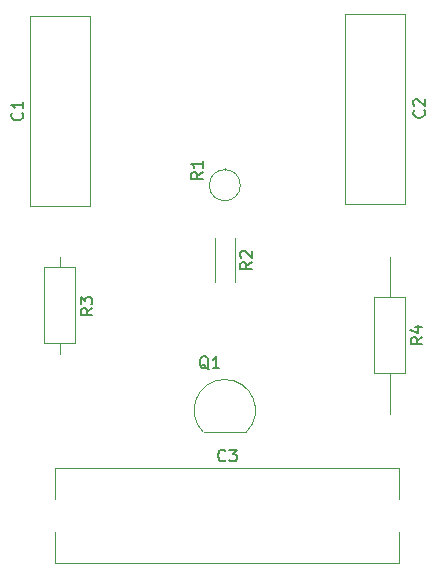
<source format=gbr>
G04 #@! TF.FileFunction,Legend,Top*
%FSLAX46Y46*%
G04 Gerber Fmt 4.6, Leading zero omitted, Abs format (unit mm)*
G04 Created by KiCad (PCBNEW 4.0.5) date 05/24/17 23:32:45*
%MOMM*%
%LPD*%
G01*
G04 APERTURE LIST*
%ADD10C,0.100000*%
%ADD11C,0.120000*%
%ADD12C,0.150000*%
G04 APERTURE END LIST*
D10*
D11*
X148570000Y-112260000D02*
X148570000Y-96140000D01*
X153690000Y-112260000D02*
X153690000Y-96140000D01*
X148570000Y-112260000D02*
X153690000Y-112260000D01*
X148570000Y-96140000D02*
X153690000Y-96140000D01*
X180360000Y-96000000D02*
X180360000Y-112120000D01*
X175240000Y-96000000D02*
X175240000Y-112120000D01*
X180360000Y-96000000D02*
X175240000Y-96000000D01*
X180360000Y-112120000D02*
X175240000Y-112120000D01*
X150760000Y-134420000D02*
X179880000Y-134420000D01*
X150760000Y-142440000D02*
X179880000Y-142440000D01*
X150760000Y-134420000D02*
X150760000Y-137035000D01*
X150760000Y-139825000D02*
X150760000Y-142440000D01*
X179880000Y-134420000D02*
X179880000Y-137035000D01*
X179880000Y-139825000D02*
X179880000Y-142440000D01*
X163300000Y-131390000D02*
X166900000Y-131390000D01*
X163261522Y-131378478D02*
G75*
G02X165100000Y-126940000I1838478J1838478D01*
G01*
X166938478Y-131378478D02*
G75*
G03X165100000Y-126940000I-1838478J1838478D01*
G01*
X166410000Y-110490000D02*
G75*
G03X166410000Y-110490000I-1310000J0D01*
G01*
X165100000Y-109180000D02*
X165100000Y-109050000D01*
X165960000Y-114980000D02*
X165960000Y-118700000D01*
X164240000Y-114980000D02*
X164240000Y-118700000D01*
X152440000Y-117440000D02*
X149820000Y-117440000D01*
X149820000Y-117440000D02*
X149820000Y-123860000D01*
X149820000Y-123860000D02*
X152440000Y-123860000D01*
X152440000Y-123860000D02*
X152440000Y-117440000D01*
X151130000Y-116550000D02*
X151130000Y-117440000D01*
X151130000Y-124750000D02*
X151130000Y-123860000D01*
X180380000Y-119980000D02*
X177760000Y-119980000D01*
X177760000Y-119980000D02*
X177760000Y-126400000D01*
X177760000Y-126400000D02*
X180380000Y-126400000D01*
X180380000Y-126400000D02*
X180380000Y-119980000D01*
X179070000Y-116550000D02*
X179070000Y-119980000D01*
X179070000Y-129830000D02*
X179070000Y-126400000D01*
D12*
X147927143Y-104366666D02*
X147974762Y-104414285D01*
X148022381Y-104557142D01*
X148022381Y-104652380D01*
X147974762Y-104795238D01*
X147879524Y-104890476D01*
X147784286Y-104938095D01*
X147593810Y-104985714D01*
X147450952Y-104985714D01*
X147260476Y-104938095D01*
X147165238Y-104890476D01*
X147070000Y-104795238D01*
X147022381Y-104652380D01*
X147022381Y-104557142D01*
X147070000Y-104414285D01*
X147117619Y-104366666D01*
X148022381Y-103414285D02*
X148022381Y-103985714D01*
X148022381Y-103700000D02*
X147022381Y-103700000D01*
X147165238Y-103795238D01*
X147260476Y-103890476D01*
X147308095Y-103985714D01*
X181967143Y-104146666D02*
X182014762Y-104194285D01*
X182062381Y-104337142D01*
X182062381Y-104432380D01*
X182014762Y-104575238D01*
X181919524Y-104670476D01*
X181824286Y-104718095D01*
X181633810Y-104765714D01*
X181490952Y-104765714D01*
X181300476Y-104718095D01*
X181205238Y-104670476D01*
X181110000Y-104575238D01*
X181062381Y-104432380D01*
X181062381Y-104337142D01*
X181110000Y-104194285D01*
X181157619Y-104146666D01*
X181157619Y-103765714D02*
X181110000Y-103718095D01*
X181062381Y-103622857D01*
X181062381Y-103384761D01*
X181110000Y-103289523D01*
X181157619Y-103241904D01*
X181252857Y-103194285D01*
X181348095Y-103194285D01*
X181490952Y-103241904D01*
X182062381Y-103813333D01*
X182062381Y-103194285D01*
X165153334Y-133777143D02*
X165105715Y-133824762D01*
X164962858Y-133872381D01*
X164867620Y-133872381D01*
X164724762Y-133824762D01*
X164629524Y-133729524D01*
X164581905Y-133634286D01*
X164534286Y-133443810D01*
X164534286Y-133300952D01*
X164581905Y-133110476D01*
X164629524Y-133015238D01*
X164724762Y-132920000D01*
X164867620Y-132872381D01*
X164962858Y-132872381D01*
X165105715Y-132920000D01*
X165153334Y-132967619D01*
X165486667Y-132872381D02*
X166105715Y-132872381D01*
X165772381Y-133253333D01*
X165915239Y-133253333D01*
X166010477Y-133300952D01*
X166058096Y-133348571D01*
X166105715Y-133443810D01*
X166105715Y-133681905D01*
X166058096Y-133777143D01*
X166010477Y-133824762D01*
X165915239Y-133872381D01*
X165629524Y-133872381D01*
X165534286Y-133824762D01*
X165486667Y-133777143D01*
X163734762Y-126087619D02*
X163639524Y-126040000D01*
X163544286Y-125944762D01*
X163401429Y-125801905D01*
X163306190Y-125754286D01*
X163210952Y-125754286D01*
X163258571Y-125992381D02*
X163163333Y-125944762D01*
X163068095Y-125849524D01*
X163020476Y-125659048D01*
X163020476Y-125325714D01*
X163068095Y-125135238D01*
X163163333Y-125040000D01*
X163258571Y-124992381D01*
X163449048Y-124992381D01*
X163544286Y-125040000D01*
X163639524Y-125135238D01*
X163687143Y-125325714D01*
X163687143Y-125659048D01*
X163639524Y-125849524D01*
X163544286Y-125944762D01*
X163449048Y-125992381D01*
X163258571Y-125992381D01*
X164639524Y-125992381D02*
X164068095Y-125992381D01*
X164353809Y-125992381D02*
X164353809Y-124992381D01*
X164258571Y-125135238D01*
X164163333Y-125230476D01*
X164068095Y-125278095D01*
X163242381Y-109386666D02*
X162766190Y-109720000D01*
X163242381Y-109958095D02*
X162242381Y-109958095D01*
X162242381Y-109577142D01*
X162290000Y-109481904D01*
X162337619Y-109434285D01*
X162432857Y-109386666D01*
X162575714Y-109386666D01*
X162670952Y-109434285D01*
X162718571Y-109481904D01*
X162766190Y-109577142D01*
X162766190Y-109958095D01*
X163242381Y-108434285D02*
X163242381Y-109005714D01*
X163242381Y-108720000D02*
X162242381Y-108720000D01*
X162385238Y-108815238D01*
X162480476Y-108910476D01*
X162528095Y-109005714D01*
X167412381Y-117006666D02*
X166936190Y-117340000D01*
X167412381Y-117578095D02*
X166412381Y-117578095D01*
X166412381Y-117197142D01*
X166460000Y-117101904D01*
X166507619Y-117054285D01*
X166602857Y-117006666D01*
X166745714Y-117006666D01*
X166840952Y-117054285D01*
X166888571Y-117101904D01*
X166936190Y-117197142D01*
X166936190Y-117578095D01*
X166507619Y-116625714D02*
X166460000Y-116578095D01*
X166412381Y-116482857D01*
X166412381Y-116244761D01*
X166460000Y-116149523D01*
X166507619Y-116101904D01*
X166602857Y-116054285D01*
X166698095Y-116054285D01*
X166840952Y-116101904D01*
X167412381Y-116673333D01*
X167412381Y-116054285D01*
X153892381Y-120905566D02*
X153416190Y-121238900D01*
X153892381Y-121476995D02*
X152892381Y-121476995D01*
X152892381Y-121096042D01*
X152940000Y-121000804D01*
X152987619Y-120953185D01*
X153082857Y-120905566D01*
X153225714Y-120905566D01*
X153320952Y-120953185D01*
X153368571Y-121000804D01*
X153416190Y-121096042D01*
X153416190Y-121476995D01*
X152892381Y-120572233D02*
X152892381Y-119953185D01*
X153273333Y-120286519D01*
X153273333Y-120143661D01*
X153320952Y-120048423D01*
X153368571Y-120000804D01*
X153463810Y-119953185D01*
X153701905Y-119953185D01*
X153797143Y-120000804D01*
X153844762Y-120048423D01*
X153892381Y-120143661D01*
X153892381Y-120429376D01*
X153844762Y-120524614D01*
X153797143Y-120572233D01*
X181832381Y-123356666D02*
X181356190Y-123690000D01*
X181832381Y-123928095D02*
X180832381Y-123928095D01*
X180832381Y-123547142D01*
X180880000Y-123451904D01*
X180927619Y-123404285D01*
X181022857Y-123356666D01*
X181165714Y-123356666D01*
X181260952Y-123404285D01*
X181308571Y-123451904D01*
X181356190Y-123547142D01*
X181356190Y-123928095D01*
X181165714Y-122499523D02*
X181832381Y-122499523D01*
X180784762Y-122737619D02*
X181499048Y-122975714D01*
X181499048Y-122356666D01*
M02*

</source>
